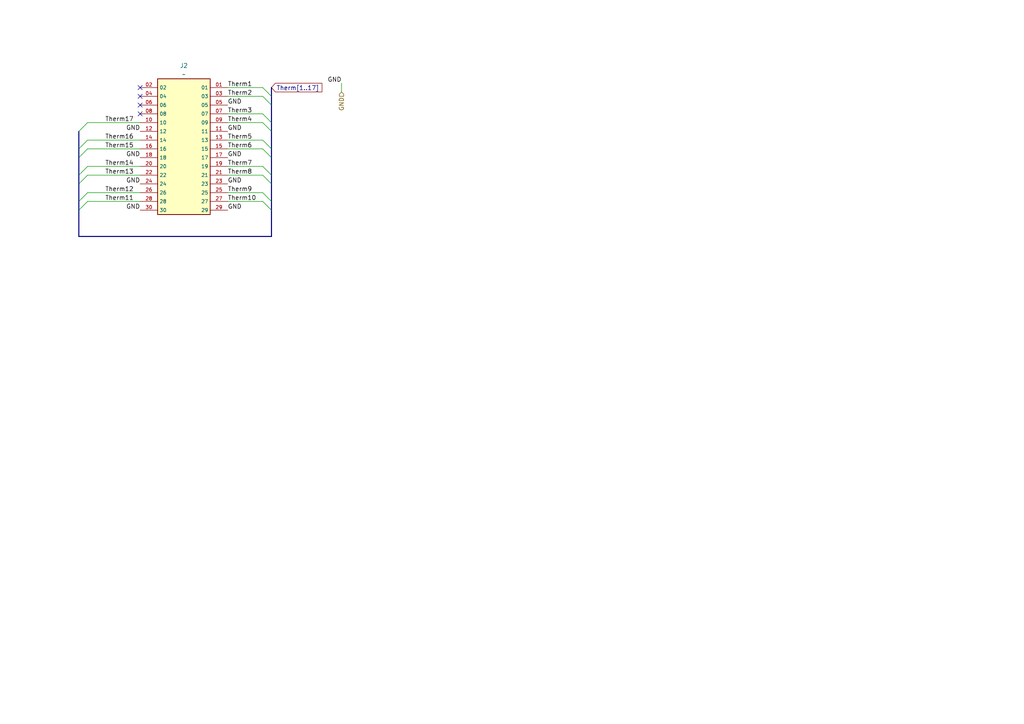
<source format=kicad_sch>
(kicad_sch (version 20231120) (generator "eeschema") (generator_version "8.0")
  (paper "A4")
  (lib_symbols
    (symbol "formula:Samtec_30_pin"
      (property "Reference" "J" (at 0 0 0))
      (symbol "Samtec_30_pin_0_0"
        (rectangle (start -8.89 63.5) (end 6.35 24.13) (stroke (width 0.254)) (fill (type background)))
        (pin passive line (at 11.43 58.42 180) (length 5.08) (name "03") (number "03"))
        (pin passive line (at -13.97 58.42 0) (length 5.08) (name "04") (number "04"))
        (pin passive line (at 11.43 55.88 180) (length 5.08) (name "05") (number "05"))
        (pin passive line (at -13.97 55.88 0) (length 5.08) (name "06") (number "06"))
        (pin passive line (at 11.43 53.34 180) (length 5.08) (name "07") (number "07"))
        (pin passive line (at -13.97 53.34 0) (length 5.08) (name "08") (number "08"))
        (pin passive line (at 11.43 50.8 180) (length 5.08) (name "09") (number "09"))
        (pin passive line (at -13.97 50.8 0) (length 5.08) (name "10") (number "10"))
        (pin passive line (at 11.43 48.26 180) (length 5.08) (name "11") (number "11"))
        (pin passive line (at -13.97 48.26 0) (length 5.08) (name "12") (number "12"))
        (pin passive line (at 11.43 45.72 180) (length 5.08) (name "13") (number "13"))
        (pin passive line (at -13.97 45.72 0) (length 5.08) (name "14") (number "14"))
        (pin passive line (at 11.43 43.18 180) (length 5.08) (name "15") (number "15"))
        (pin passive line (at -13.97 43.18 0) (length 5.08) (name "16") (number "16"))
        (pin passive line (at 11.43 40.64 180) (length 5.08) (name "17") (number "17"))
        (pin passive line (at -13.97 40.64 0) (length 5.08) (name "18") (number "18"))
        (pin passive line (at 11.43 38.1 180) (length 5.08) (name "19") (number "19"))
        (pin passive line (at -13.97 38.1 0) (length 5.08) (name "20") (number "20"))
        (pin passive line (at 11.43 35.56 180) (length 5.08) (name "21") (number "21"))
        (pin passive line (at -13.97 35.56 0) (length 5.08) (name "22") (number "22"))
        (pin passive line (at 11.43 33.02 180) (length 5.08) (name "23") (number "23"))
        (pin passive line (at -13.97 33.02 0) (length 5.08) (name "24") (number "24"))
        (pin passive line (at 11.43 30.48 180) (length 5.08) (name "25") (number "25"))
        (pin passive line (at -13.97 30.48 0) (length 5.08) (name "26") (number "26"))
        (pin passive line (at 11.43 27.94 180) (length 5.08) (name "27") (number "27"))
        (pin passive line (at -13.97 27.94 0) (length 5.08) (name "28") (number "28"))
        (pin passive line (at 11.43 25.4 180) (length 5.08) (name "29") (number "29"))
        (pin passive line (at -13.97 25.4 0) (length 5.08) (name "30") (number "30"))
      )
      (symbol "Samtec_30_pin_1_0"
        (pin passive line (at 11.43 60.96 180) (length 5.08) (name "01") (number "01"))
        (pin passive line (at -13.97 60.96 0) (length 5.08) (name "02") (number "02"))
      )
    )
  )
  (no_connect (at 40.64 27.94))
  (no_connect (at 40.64 25.4))
  (no_connect (at 40.64 30.48))
  (no_connect (at 40.64 33.02))
  (bus_entry (at 78.74 30.48) (size -2.54 -2.54))
  (bus_entry (at 78.74 38.1) (size -2.54 -2.54))
  (bus_entry (at 22.86 53.34) (size 2.54 -2.54))
  (bus_entry (at 78.74 27.94) (size -2.54 -2.54))
  (bus_entry (at 22.86 38.1) (size 2.54 -2.54))
  (bus_entry (at 22.86 60.96) (size 2.54 -2.54))
  (bus_entry (at 78.74 43.18) (size -2.54 -2.54))
  (bus_entry (at 22.86 58.42) (size 2.54 -2.54))
  (bus_entry (at 78.74 60.96) (size -2.54 -2.54))
  (bus_entry (at 78.74 45.72) (size -2.54 -2.54))
  (bus_entry (at 78.74 58.42) (size -2.54 -2.54))
  (bus_entry (at 22.86 45.72) (size 2.54 -2.54))
  (bus_entry (at 78.74 50.8) (size -2.54 -2.54))
  (bus_entry (at 22.86 50.8) (size 2.54 -2.54))
  (bus_entry (at 78.74 53.34) (size -2.54 -2.54))
  (bus_entry (at 78.74 35.56) (size -2.54 -2.54))
  (bus_entry (at 22.86 43.18) (size 2.54 -2.54))
  (wire (pts (xy 66.04 58.42) (xy 76.2 58.42)))
  (wire (pts (xy 25.4 55.88) (xy 40.64 55.88)))
  (wire (pts (xy 25.4 58.42) (xy 40.64 58.42)))
  (wire (pts (xy 25.4 40.64) (xy 40.64 40.64)))
  (bus (pts (xy 78.74 35.56) (xy 78.74 38.1)))
  (bus (pts (xy 78.74 50.8) (xy 78.74 53.34)))
  (bus (pts (xy 78.74 38.1) (xy 78.74 43.18)))
  (bus (pts (xy 22.86 50.8) (xy 22.86 53.34)))
  (wire (pts (xy 66.04 40.64) (xy 76.2 40.64)))
  (wire (pts (xy 66.04 43.18) (xy 76.2 43.18)))
  (bus (pts (xy 22.86 53.34) (xy 22.86 58.42)))
  (bus (pts (xy 78.74 27.94) (xy 78.74 30.48)))
  (bus (pts (xy 22.86 43.18) (xy 22.86 45.72)))
  (wire (pts (xy 25.4 43.18) (xy 40.64 43.18)))
  (wire (pts (xy 66.04 25.4) (xy 76.2 25.4)))
  (bus (pts (xy 22.86 38.1) (xy 22.86 43.18)))
  (wire (pts (xy 66.04 33.02) (xy 76.2 33.02)))
  (wire (pts (xy 25.4 50.8) (xy 40.64 50.8)))
  (bus (pts (xy 78.74 43.18) (xy 78.74 45.72)))
  (wire (pts (xy 66.04 50.8) (xy 76.2 50.8)))
  (bus (pts (xy 78.74 60.96) (xy 78.74 68.58)))
  (bus (pts (xy 22.86 60.96) (xy 22.86 68.58)))
  (bus (pts (xy 78.74 25.4) (xy 78.74 27.94)))
  (wire (pts (xy 25.4 48.26) (xy 40.64 48.26)))
  (bus (pts (xy 78.74 68.58) (xy 22.86 68.58)))
  (wire (pts (xy 99.06 24.13) (xy 99.06 26.67)))
  (bus (pts (xy 78.74 58.42) (xy 78.74 60.96)))
  (bus (pts (xy 78.74 45.72) (xy 78.74 50.8)))
  (bus (pts (xy 22.86 58.42) (xy 22.86 60.96)))
  (wire (pts (xy 76.2 55.88) (xy 66.04 55.88)))
  (wire (pts (xy 25.4 35.56) (xy 40.64 35.56)))
  (wire (pts (xy 66.04 27.94) (xy 76.2 27.94)))
  (wire (pts (xy 66.04 48.26) (xy 76.2 48.26)))
  (wire (pts (xy 66.04 35.56) (xy 76.2 35.56)))
  (bus (pts (xy 22.86 45.72) (xy 22.86 50.8)))
  (bus (pts (xy 78.74 30.48) (xy 78.74 35.56)))
  (bus (pts (xy 78.74 53.34) (xy 78.74 58.42)))
  (label "GND" (at 66.04 60.96 0))
  (label "GND" (at 40.64 45.72 180))
  (label "GND" (at 40.64 53.34 180))
  (label "Therm1" (at 66.04 25.4 0))
  (label "GND" (at 99.06 24.13 180))
  (label "Therm16" (at 30.48 40.64 0))
  (label "Therm11" (at 30.48 58.42 0))
  (label "Therm9" (at 66.04 55.88 0))
  (label "Therm4" (at 66.04 35.56 0))
  (label "Therm14" (at 30.48 48.26 0))
  (label "Therm7" (at 66.04 48.26 0))
  (label "Therm6" (at 66.04 43.18 0))
  (label "Therm2" (at 66.04 27.94 0))
  (label "GND" (at 66.04 53.34 0))
  (label "Therm10" (at 66.04 58.42 0))
  (label "GND" (at 66.04 38.1 0))
  (label "Therm13" (at 30.48 50.8 0))
  (label "Therm5" (at 66.04 40.64 0))
  (label "Therm12" (at 30.48 55.88 0))
  (label "Therm15" (at 30.48 43.18 0))
  (label "GND" (at 40.64 38.1 180))
  (label "GND" (at 40.64 60.96 180))
  (label "Therm3" (at 66.04 33.02 0))
  (label "Therm8" (at 66.04 50.8 0))
  (label "Therm17" (at 30.48 35.56 0))
  (label "GND" (at 66.04 30.48 0))
  (label "GND" (at 66.04 45.72 0))
  (global_label "Therm[1..17]" (shape input) (at 78.74 25.4 0) (property "Intersheetrefs" "${INTERSHEET_REFS}" (effects (hide yes))))
  (hierarchical_label "GND" (shape input) (at 99.06 26.67 270))
  (symbol (lib_id "formula:Samtec_30_pin") (at 54.61 86.36 0) (unit 1)
    (property "Reference" "J2" (at 53.34 19.05 0))
    (property "Value" "~" (at 53.34 21.59 0))
    (property "Footprint" "oem:Samtec 20" (effects (hide yes)))
  )
)
</source>
